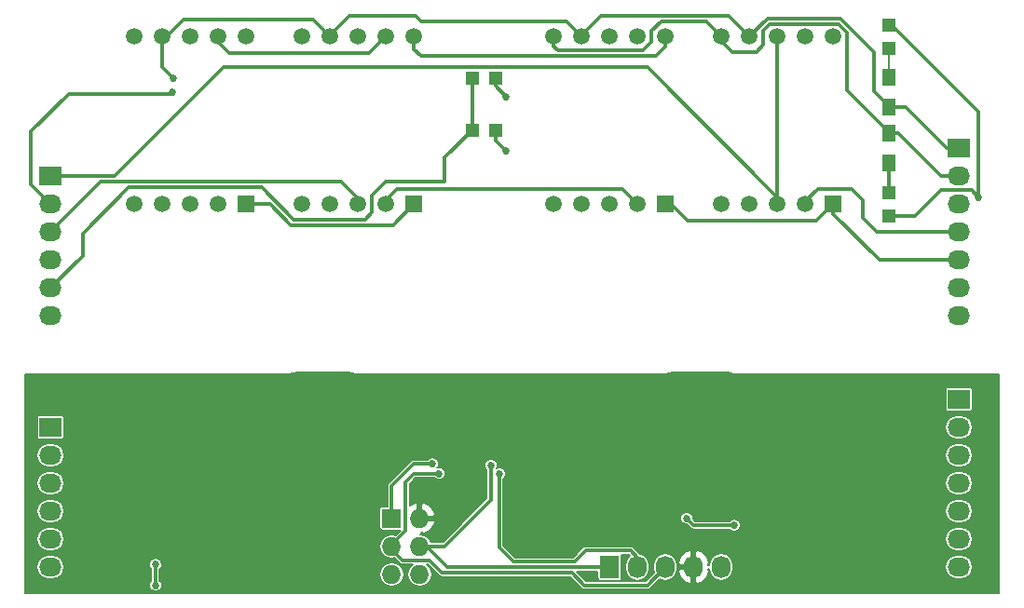
<source format=gbl>
G04 #@! TF.FileFunction,Copper,L2,Bot,Signal*
%FSLAX46Y46*%
G04 Gerber Fmt 4.6, Leading zero omitted, Abs format (unit mm)*
G04 Created by KiCad (PCBNEW 0.201506222247+5806~23~ubuntu14.04.1-product) date Wed 01 Jul 2015 19:30:32 CEST*
%MOMM*%
G01*
G04 APERTURE LIST*
%ADD10C,0.100000*%
%ADD11R,1.500000X1.500000*%
%ADD12C,1.500000*%
%ADD13R,1.198880X1.198880*%
%ADD14R,2.032000X1.727200*%
%ADD15O,2.032000X1.727200*%
%ADD16R,1.300000X1.500000*%
%ADD17R,1.727200X1.727200*%
%ADD18O,1.727200X1.727200*%
%ADD19R,1.727200X2.032000*%
%ADD20O,1.727200X2.032000*%
%ADD21C,0.685800*%
%ADD22C,0.304800*%
%ADD23C,0.152400*%
G04 APERTURE END LIST*
D10*
D11*
X190500000Y-63500000D03*
D12*
X187960000Y-63500000D03*
X185420000Y-63500000D03*
X182880000Y-63500000D03*
X180340000Y-63500000D03*
X180340000Y-48260000D03*
X182880000Y-48260000D03*
X185420000Y-48260000D03*
X187960000Y-48260000D03*
X190500000Y-48260000D03*
D11*
X175260000Y-63500000D03*
D12*
X172720000Y-63500000D03*
X170180000Y-63500000D03*
X167640000Y-63500000D03*
X165100000Y-63500000D03*
X165100000Y-48260000D03*
X167640000Y-48260000D03*
X170180000Y-48260000D03*
X172720000Y-48260000D03*
X175260000Y-48260000D03*
D11*
X152400000Y-63500000D03*
D12*
X149860000Y-63500000D03*
X147320000Y-63500000D03*
X144780000Y-63500000D03*
X142240000Y-63500000D03*
X142240000Y-48260000D03*
X144780000Y-48260000D03*
X147320000Y-48260000D03*
X149860000Y-48260000D03*
X152400000Y-48260000D03*
D11*
X137160000Y-63500000D03*
D12*
X134620000Y-63500000D03*
X132080000Y-63500000D03*
X129540000Y-63500000D03*
X127000000Y-63500000D03*
X127000000Y-48260000D03*
X129540000Y-48260000D03*
X132080000Y-48260000D03*
X134620000Y-48260000D03*
X137160000Y-48260000D03*
D13*
X159799020Y-56769000D03*
X157700980Y-56769000D03*
X159799020Y-52070000D03*
X157700980Y-52070000D03*
X195580000Y-49309020D03*
X195580000Y-47210980D03*
X195580000Y-62450980D03*
X195580000Y-64549020D03*
D14*
X119380000Y-83820000D03*
D15*
X119380000Y-86360000D03*
X119380000Y-88900000D03*
X119380000Y-91440000D03*
X119380000Y-93980000D03*
X119380000Y-96520000D03*
D14*
X201930000Y-81280000D03*
D15*
X201930000Y-83820000D03*
X201930000Y-86360000D03*
X201930000Y-88900000D03*
X201930000Y-91440000D03*
X201930000Y-93980000D03*
X201930000Y-96520000D03*
D16*
X195580000Y-51990000D03*
X195580000Y-54690000D03*
X195580000Y-59770000D03*
X195580000Y-57070000D03*
D17*
X150368000Y-92075000D03*
D18*
X152908000Y-92075000D03*
X150368000Y-94615000D03*
X152908000Y-94615000D03*
X150368000Y-97155000D03*
X152908000Y-97155000D03*
D19*
X170180000Y-96520000D03*
D20*
X172720000Y-96520000D03*
X175260000Y-96520000D03*
X177800000Y-96520000D03*
X180340000Y-96520000D03*
D14*
X119380000Y-60960000D03*
D15*
X119380000Y-63500000D03*
X119380000Y-66040000D03*
X119380000Y-68580000D03*
X119380000Y-71120000D03*
X119380000Y-73660000D03*
D14*
X201930000Y-58420000D03*
D15*
X201930000Y-60960000D03*
X201930000Y-63500000D03*
X201930000Y-66040000D03*
X201930000Y-68580000D03*
X201930000Y-71120000D03*
X201930000Y-73660000D03*
D21*
X130556000Y-52070000D03*
X130429000Y-53340000D03*
X158623000Y-88773000D03*
X175006000Y-92075000D03*
X173228000Y-82042000D03*
X172085000Y-93726000D03*
X169418000Y-87122000D03*
X147447000Y-92456000D03*
X141097000Y-82042000D03*
X128905000Y-96266000D03*
X128905000Y-98171000D03*
X181483000Y-92710000D03*
X177165000Y-92075000D03*
X160782000Y-58674000D03*
X160782000Y-53721000D03*
X203708000Y-62865000D03*
X160147000Y-88011000D03*
X159385000Y-87249000D03*
X154686000Y-88011000D03*
X154051000Y-87122000D03*
D22*
X137160000Y-63500000D02*
X139319000Y-63500000D01*
X139319000Y-63500000D02*
X141224000Y-65405000D01*
X141224000Y-65405000D02*
X150495000Y-65405000D01*
X150495000Y-65405000D02*
X152400000Y-63500000D01*
D23*
X175260000Y-63500000D02*
X175768000Y-63500000D01*
D22*
X175768000Y-63500000D02*
X177292000Y-65024000D01*
X177292000Y-65024000D02*
X188976000Y-65024000D01*
X188976000Y-65024000D02*
X190500000Y-63500000D01*
D23*
X137160000Y-63500000D02*
X137668000Y-63500000D01*
D22*
X190500000Y-63500000D02*
X190500000Y-64402400D01*
X200761600Y-68580000D02*
X201930000Y-68580000D01*
X194677600Y-68580000D02*
X200761600Y-68580000D01*
X190500000Y-64402400D02*
X194677600Y-68580000D01*
D23*
X190373000Y-63627000D02*
X190500000Y-63500000D01*
X187960000Y-63500000D02*
X187960000Y-63246000D01*
D22*
X187960000Y-63246000D02*
X189103000Y-62103000D01*
X189103000Y-62103000D02*
X192151000Y-62103000D01*
X192151000Y-62103000D02*
X193167000Y-63119000D01*
X193167000Y-63119000D02*
X193167000Y-64770000D01*
X193167000Y-64770000D02*
X194437000Y-66040000D01*
X194437000Y-66040000D02*
X201930000Y-66040000D01*
D23*
X149860000Y-63500000D02*
X149860000Y-63119000D01*
D22*
X149860000Y-63119000D02*
X150876000Y-62103000D01*
X150876000Y-62103000D02*
X171323000Y-62103000D01*
X171323000Y-62103000D02*
X172720000Y-63500000D01*
X150241000Y-51054000D02*
X135102598Y-51054000D01*
X135102598Y-51054000D02*
X125196598Y-60960000D01*
X125196598Y-60960000D02*
X119380000Y-60960000D01*
X185420000Y-62865000D02*
X173609000Y-51054000D01*
X173609000Y-51054000D02*
X150241000Y-51054000D01*
D23*
X185420000Y-63500000D02*
X185420000Y-62865000D01*
D22*
X185420000Y-48260000D02*
X185420000Y-63500000D01*
D23*
X201777600Y-63500000D02*
X201930000Y-63500000D01*
D22*
X165481000Y-49530000D02*
X173228000Y-49530000D01*
X173228000Y-49530000D02*
X173990000Y-48768000D01*
X173990000Y-48768000D02*
X173990000Y-47752000D01*
X173990000Y-47752000D02*
X174879000Y-46863000D01*
X174879000Y-46863000D02*
X178943000Y-46863000D01*
X165100000Y-49149000D02*
X165481000Y-49530000D01*
X165100000Y-49149000D02*
X165100000Y-48260000D01*
X180340000Y-48260000D02*
X178943000Y-46863000D01*
X181356000Y-49657000D02*
X183515000Y-49657000D01*
X184150000Y-47752000D02*
X184722201Y-47179799D01*
X191018497Y-47179799D02*
X184722201Y-47179799D01*
X191770000Y-53160000D02*
X191770000Y-47931302D01*
X191770000Y-47931302D02*
X191018497Y-47179799D01*
X195580000Y-56970000D02*
X191770000Y-53160000D01*
X181356000Y-49657000D02*
X180340000Y-48641000D01*
X184150000Y-49022000D02*
X184150000Y-47752000D01*
X183515000Y-49657000D02*
X184150000Y-49022000D01*
D23*
X180340000Y-48260000D02*
X180340000Y-48641000D01*
X195580000Y-57070000D02*
X195580000Y-56970000D01*
D22*
X195580000Y-57070000D02*
X196389000Y-57070000D01*
X196389000Y-57070000D02*
X200279000Y-60960000D01*
X200279000Y-60960000D02*
X201930000Y-60960000D01*
D23*
X127000000Y-48260000D02*
X127000000Y-48514000D01*
D22*
X194193000Y-53203000D02*
X194193000Y-49667000D01*
X193929000Y-49403000D02*
X191135000Y-46609000D01*
X191135000Y-46609000D02*
X184531000Y-46609000D01*
X184531000Y-46609000D02*
X182880000Y-48260000D01*
X194193000Y-49667000D02*
X193929000Y-49403000D01*
D23*
X144780000Y-48260000D02*
X144780000Y-48133000D01*
D22*
X144780000Y-48133000D02*
X146558000Y-46355000D01*
X146558000Y-46355000D02*
X152527000Y-46355000D01*
X152527000Y-46355000D02*
X153035000Y-46863000D01*
X153035000Y-46863000D02*
X166243000Y-46863000D01*
X166243000Y-46863000D02*
X167640000Y-48260000D01*
D23*
X129540000Y-48260000D02*
X129921000Y-48260000D01*
D22*
X129921000Y-48260000D02*
X131445000Y-46736000D01*
X131445000Y-46736000D02*
X143256000Y-46736000D01*
X143256000Y-46736000D02*
X144780000Y-48260000D01*
D23*
X167640000Y-48260000D02*
X167640000Y-48133000D01*
D22*
X167640000Y-48133000D02*
X169418000Y-46355000D01*
X169418000Y-46355000D02*
X180975000Y-46355000D01*
X180975000Y-46355000D02*
X182880000Y-48260000D01*
D23*
X144780000Y-48260000D02*
X144780000Y-47625000D01*
D22*
X195580000Y-54590000D02*
X194193000Y-53203000D01*
X194193000Y-53203000D02*
X194183000Y-53193000D01*
D23*
X195580000Y-54690000D02*
X195580000Y-54590000D01*
D22*
X195580000Y-54690000D02*
X197057000Y-54690000D01*
X197057000Y-54690000D02*
X200787000Y-58420000D01*
X200787000Y-58420000D02*
X201930000Y-58420000D01*
X130556000Y-52070000D02*
X129540000Y-51054000D01*
X129540000Y-51054000D02*
X129540000Y-48260000D01*
D23*
X182880000Y-48133000D02*
X182880000Y-48260000D01*
X134620000Y-48260000D02*
X134620000Y-48768000D01*
D22*
X134620000Y-48768000D02*
X135636000Y-49784000D01*
X135636000Y-49784000D02*
X148336000Y-49784000D01*
X148336000Y-49784000D02*
X149860000Y-48260000D01*
D23*
X149860000Y-48260000D02*
X149733000Y-48260000D01*
X134620000Y-48260000D02*
X134620000Y-48641000D01*
D22*
X152400000Y-48260000D02*
X152400000Y-49403000D01*
X152400000Y-49403000D02*
X153035000Y-50038000D01*
X153035000Y-50038000D02*
X174371000Y-50038000D01*
X174371000Y-50038000D02*
X175260000Y-49149000D01*
X175260000Y-49149000D02*
X175260000Y-48260000D01*
D23*
X175260000Y-48260000D02*
X175260000Y-47625000D01*
X137160000Y-48260000D02*
X137160000Y-48006000D01*
D22*
X130429000Y-53340000D02*
X130302000Y-53467000D01*
X130302000Y-53467000D02*
X121031000Y-53467000D01*
X121031000Y-53467000D02*
X117602000Y-56896000D01*
X117602000Y-56896000D02*
X117602000Y-61722000D01*
X117602000Y-61722000D02*
X119380000Y-63500000D01*
D23*
X147320000Y-63500000D02*
X147320000Y-62992000D01*
D22*
X147320000Y-62992000D02*
X145796000Y-61468000D01*
X123952000Y-61468000D02*
X119380000Y-66040000D01*
X145796000Y-61468000D02*
X123952000Y-61468000D01*
X128905000Y-96266000D02*
X128905000Y-98171000D01*
X177800000Y-92710000D02*
X181483000Y-92710000D01*
X177165000Y-92075000D02*
X177800000Y-92710000D01*
X159799020Y-56769000D02*
X159799020Y-57691020D01*
X159799020Y-57691020D02*
X160782000Y-58674000D01*
X157700980Y-56769000D02*
X157700980Y-52070000D01*
X155194000Y-61468000D02*
X155194000Y-59275980D01*
X155194000Y-61468000D02*
X149860000Y-61468000D01*
X149860000Y-61468000D02*
X148590000Y-62738000D01*
X148590000Y-62738000D02*
X148590000Y-64262000D01*
X148590000Y-64262000D02*
X147955000Y-64897000D01*
X147955000Y-64897000D02*
X141478000Y-64897000D01*
X141478000Y-64897000D02*
X138557000Y-61976000D01*
X119380000Y-71120000D02*
X122301000Y-68199000D01*
X122301000Y-66167000D02*
X122301000Y-68199000D01*
X126492000Y-61976000D02*
X122301000Y-66167000D01*
X138557000Y-61976000D02*
X126492000Y-61976000D01*
X155194000Y-59275980D02*
X157700980Y-56769000D01*
D23*
X157954980Y-56515000D02*
X157700980Y-56769000D01*
D22*
X159799020Y-52070000D02*
X159799020Y-52738020D01*
X159799020Y-52738020D02*
X160782000Y-53721000D01*
D23*
X195580000Y-49309020D02*
X195580000Y-51990000D01*
X195580000Y-47210980D02*
X195800980Y-47210980D01*
D22*
X195800980Y-47210980D02*
X203708000Y-55118000D01*
X203708000Y-55118000D02*
X203708000Y-62865000D01*
X195580000Y-64549020D02*
X197959980Y-64549020D01*
X197959980Y-64549020D02*
X200279000Y-62230000D01*
X200279000Y-62230000D02*
X203073000Y-62230000D01*
X203073000Y-62230000D02*
X203708000Y-62865000D01*
X195580000Y-59770000D02*
X195580000Y-62450980D01*
X172720000Y-95631000D02*
X172085000Y-94996000D01*
X172085000Y-94996000D02*
X167995598Y-94996000D01*
X167995598Y-94996000D02*
X166979598Y-96012000D01*
X166979598Y-96012000D02*
X161417000Y-96012000D01*
X161417000Y-96012000D02*
X160147000Y-94742000D01*
X160147000Y-94742000D02*
X160147000Y-88011000D01*
D23*
X172720000Y-96520000D02*
X172720000Y-95631000D01*
X172720000Y-96520000D02*
X172593000Y-96520000D01*
D22*
X156972000Y-96520000D02*
X155448000Y-96520000D01*
X155448000Y-96520000D02*
X153543000Y-94615000D01*
X153543000Y-94615000D02*
X152908000Y-94615000D01*
X156845000Y-96520000D02*
X156972000Y-96520000D01*
X156972000Y-96520000D02*
X170180000Y-96520000D01*
X155194000Y-94615000D02*
X159385000Y-90424000D01*
X159385000Y-90424000D02*
X159385000Y-87249000D01*
X152908000Y-94615000D02*
X155194000Y-94615000D01*
X150368000Y-94615000D02*
X150368000Y-94869000D01*
X150368000Y-94869000D02*
X151384000Y-95885000D01*
X173609000Y-98171000D02*
X175260000Y-96520000D01*
X167894000Y-98171000D02*
X173609000Y-98171000D01*
X166751000Y-97028000D02*
X167894000Y-98171000D01*
X154940000Y-97028000D02*
X166751000Y-97028000D01*
X153797000Y-95885000D02*
X154940000Y-97028000D01*
X151384000Y-95885000D02*
X153797000Y-95885000D01*
D23*
X150368000Y-94615000D02*
X150368000Y-94488000D01*
D22*
X150368000Y-94488000D02*
X151638000Y-93218000D01*
X152400000Y-88011000D02*
X154686000Y-88011000D01*
X151638000Y-88773000D02*
X152400000Y-88011000D01*
X151638000Y-93218000D02*
X151638000Y-88773000D01*
X150368000Y-92075000D02*
X150368000Y-89154000D01*
X152400000Y-87122000D02*
X154051000Y-87122000D01*
X150368000Y-89154000D02*
X152400000Y-87122000D01*
D23*
G36*
X146619511Y-78854526D02*
X147193000Y-78968600D01*
X175133000Y-78968600D01*
X175706489Y-78854526D01*
X175763848Y-78816200D01*
X180979152Y-78816200D01*
X181036511Y-78854526D01*
X181610000Y-78968600D01*
X205511400Y-78968600D01*
X205511400Y-98831400D01*
X117068600Y-98831400D01*
X117068600Y-97743818D01*
X128524000Y-97743818D01*
X128420789Y-97846849D01*
X128333600Y-98056823D01*
X128333401Y-98284180D01*
X128420224Y-98494306D01*
X128580849Y-98655211D01*
X128790823Y-98742400D01*
X129018180Y-98742599D01*
X129228306Y-98655776D01*
X129389211Y-98495151D01*
X129476400Y-98285177D01*
X129476599Y-98057820D01*
X129389776Y-97847694D01*
X129286000Y-97743737D01*
X129286000Y-96693182D01*
X129389211Y-96590151D01*
X129476400Y-96380177D01*
X129476599Y-96152820D01*
X129439404Y-96062800D01*
X150346603Y-96062800D01*
X149928636Y-96145939D01*
X149574301Y-96382698D01*
X149337542Y-96737033D01*
X149254403Y-97155000D01*
X149337542Y-97572967D01*
X149574301Y-97927302D01*
X149928636Y-98164061D01*
X150346603Y-98247200D01*
X150389397Y-98247200D01*
X150807364Y-98164061D01*
X151161699Y-97927302D01*
X151398458Y-97572967D01*
X151481597Y-97155000D01*
X151398458Y-96737033D01*
X151161699Y-96382698D01*
X150807364Y-96145939D01*
X150389397Y-96062800D01*
X150346603Y-96062800D01*
X129439404Y-96062800D01*
X129389776Y-95942694D01*
X129229151Y-95781789D01*
X129019177Y-95694600D01*
X128791820Y-95694401D01*
X128581694Y-95781224D01*
X120351487Y-95781224D01*
X120329085Y-95747698D01*
X119974750Y-95510939D01*
X119556783Y-95427800D01*
X119203217Y-95427800D01*
X118785250Y-95510939D01*
X118430915Y-95747698D01*
X118194156Y-96102033D01*
X118111017Y-96520000D01*
X118194156Y-96937967D01*
X118430915Y-97292302D01*
X118785250Y-97529061D01*
X119203217Y-97612200D01*
X119556783Y-97612200D01*
X119974750Y-97529061D01*
X120329085Y-97292302D01*
X120565844Y-96937967D01*
X120648983Y-96520000D01*
X120565844Y-96102033D01*
X120351487Y-95781224D01*
X128581694Y-95781224D01*
X120351487Y-95781224D01*
X120351487Y-95781224D01*
X128581694Y-95781224D01*
X128420789Y-95941849D01*
X128333600Y-96151823D01*
X128333401Y-96379180D01*
X128420224Y-96589306D01*
X128524000Y-96693263D01*
X128524000Y-97743818D01*
X117068600Y-97743818D01*
X117068600Y-92887800D01*
X119203217Y-92887800D01*
X118785250Y-92970939D01*
X118430915Y-93207698D01*
X118194156Y-93562033D01*
X118111017Y-93980000D01*
X118194156Y-94397967D01*
X118430915Y-94752302D01*
X118785250Y-94989061D01*
X119203217Y-95072200D01*
X119556783Y-95072200D01*
X119974750Y-94989061D01*
X120329085Y-94752302D01*
X120565844Y-94397967D01*
X120648983Y-93980000D01*
X120565844Y-93562033D01*
X120329085Y-93207698D01*
X119974750Y-92970939D01*
X119556783Y-92887800D01*
X119203217Y-92887800D01*
X117068600Y-92887800D01*
X117068600Y-90347800D01*
X119203217Y-90347800D01*
X118785250Y-90430939D01*
X118430915Y-90667698D01*
X118194156Y-91022033D01*
X118111017Y-91440000D01*
X118194156Y-91857967D01*
X118430915Y-92212302D01*
X118785250Y-92449061D01*
X119203217Y-92532200D01*
X119556783Y-92532200D01*
X119974750Y-92449061D01*
X120329085Y-92212302D01*
X120565844Y-91857967D01*
X120648983Y-91440000D01*
X120565844Y-91022033D01*
X120329085Y-90667698D01*
X119974750Y-90430939D01*
X119556783Y-90347800D01*
X119203217Y-90347800D01*
X117068600Y-90347800D01*
X117068600Y-87807800D01*
X119203217Y-87807800D01*
X118785250Y-87890939D01*
X118430915Y-88127698D01*
X118194156Y-88482033D01*
X118111017Y-88900000D01*
X118194156Y-89317967D01*
X118430915Y-89672302D01*
X118785250Y-89909061D01*
X119203217Y-89992200D01*
X119556783Y-89992200D01*
X119974750Y-89909061D01*
X120329085Y-89672302D01*
X120565844Y-89317967D01*
X120648983Y-88900000D01*
X120565844Y-88482033D01*
X120329085Y-88127698D01*
X119974750Y-87890939D01*
X119556783Y-87807800D01*
X119203217Y-87807800D01*
X117068600Y-87807800D01*
X117068600Y-85267800D01*
X119203217Y-85267800D01*
X118785250Y-85350939D01*
X118430915Y-85587698D01*
X118194156Y-85942033D01*
X118111017Y-86360000D01*
X118194156Y-86777967D01*
X118430915Y-87132302D01*
X118785250Y-87369061D01*
X119203217Y-87452200D01*
X119556783Y-87452200D01*
X119974750Y-87369061D01*
X120329085Y-87132302D01*
X120565844Y-86777967D01*
X120611109Y-86550401D01*
X153937820Y-86550401D01*
X153727694Y-86637224D01*
X153623737Y-86741000D01*
X152400000Y-86741000D01*
X152254197Y-86770002D01*
X152130592Y-86852592D01*
X150098592Y-88884592D01*
X150016002Y-89008197D01*
X150016002Y-89008198D01*
X149987000Y-89154000D01*
X149987000Y-90978321D01*
X149504400Y-90978321D01*
X149417236Y-90995233D01*
X149340626Y-91045558D01*
X149289344Y-91121529D01*
X149271321Y-91211400D01*
X149271321Y-92938600D01*
X149288233Y-93025764D01*
X149338558Y-93102374D01*
X149414529Y-93153656D01*
X149504400Y-93171679D01*
X151145505Y-93171679D01*
X150727192Y-93589992D01*
X150389397Y-93522800D01*
X150346603Y-93522800D01*
X149928636Y-93605939D01*
X149574301Y-93842698D01*
X149337542Y-94197033D01*
X149254403Y-94615000D01*
X149337542Y-95032967D01*
X149574301Y-95387302D01*
X149928636Y-95624061D01*
X150346603Y-95707200D01*
X150389397Y-95707200D01*
X150621263Y-95661079D01*
X151114592Y-96154408D01*
X151238197Y-96236998D01*
X151384000Y-96266000D01*
X152288952Y-96266000D01*
X152114301Y-96382698D01*
X151877542Y-96737033D01*
X151794403Y-97155000D01*
X151877542Y-97572967D01*
X152114301Y-97927302D01*
X152468636Y-98164061D01*
X152886603Y-98247200D01*
X152929397Y-98247200D01*
X153347364Y-98164061D01*
X153701699Y-97927302D01*
X153938458Y-97572967D01*
X154021597Y-97155000D01*
X153938458Y-96737033D01*
X153701699Y-96382698D01*
X153527048Y-96266000D01*
X153639184Y-96266000D01*
X154670592Y-97297408D01*
X154794197Y-97379998D01*
X154940000Y-97409000D01*
X166593184Y-97409000D01*
X167624592Y-98440408D01*
X167748197Y-98522998D01*
X167894000Y-98552000D01*
X173609000Y-98552000D01*
X173754803Y-98522998D01*
X173878408Y-98440408D01*
X174704721Y-97614095D01*
X174842033Y-97705844D01*
X175260000Y-97788983D01*
X175677967Y-97705844D01*
X176032302Y-97469085D01*
X176269061Y-97114750D01*
X176351997Y-96697800D01*
X176499809Y-96697800D01*
X176351997Y-96697800D01*
X176351997Y-96697800D01*
X176499809Y-96697800D01*
X176375538Y-96923729D01*
X176580148Y-97449716D01*
X176970470Y-97857363D01*
X177399618Y-98063737D01*
X177622200Y-97961950D01*
X177622200Y-96697800D01*
X176499809Y-96697800D01*
X176351997Y-96697800D01*
X176352200Y-96696783D01*
X176352200Y-96343217D01*
X176269061Y-95925250D01*
X176032302Y-95570915D01*
X175677967Y-95334156D01*
X175260000Y-95251017D01*
X174842033Y-95334156D01*
X174487698Y-95570915D01*
X174250939Y-95925250D01*
X174167800Y-96343217D01*
X174167800Y-96696783D01*
X174230282Y-97010902D01*
X173451184Y-97790000D01*
X168051816Y-97790000D01*
X167162816Y-96901000D01*
X169083321Y-96901000D01*
X169083321Y-97536000D01*
X169100233Y-97623164D01*
X169150558Y-97699774D01*
X169226529Y-97751056D01*
X169316400Y-97769079D01*
X171043600Y-97769079D01*
X171130764Y-97752167D01*
X171207374Y-97701842D01*
X171258656Y-97625871D01*
X171276679Y-97536000D01*
X171276679Y-95504000D01*
X171259767Y-95416836D01*
X171233599Y-95377000D01*
X171927184Y-95377000D01*
X172051645Y-95501460D01*
X171947698Y-95570915D01*
X171710939Y-95925250D01*
X171627800Y-96343217D01*
X171627800Y-96696783D01*
X171710939Y-97114750D01*
X171947698Y-97469085D01*
X172302033Y-97705844D01*
X172720000Y-97788983D01*
X173137967Y-97705844D01*
X173492302Y-97469085D01*
X173729061Y-97114750D01*
X173812200Y-96696783D01*
X173812200Y-96343217D01*
X173729061Y-95925250D01*
X173492302Y-95570915D01*
X173137967Y-95334156D01*
X172918271Y-95290456D01*
X172810453Y-95182637D01*
X176970470Y-95182637D01*
X176580148Y-95590284D01*
X176375538Y-96116271D01*
X176499809Y-96342200D01*
X177622200Y-96342200D01*
X177622200Y-95078050D01*
X177399618Y-94976263D01*
X178200382Y-94976263D01*
X177977800Y-95078050D01*
X177977800Y-96342200D01*
X177997800Y-96342200D01*
X177997800Y-96697800D01*
X177977800Y-96697800D01*
X177977800Y-97961950D01*
X178200382Y-98063737D01*
X178629530Y-97857363D01*
X179019852Y-97449716D01*
X179224462Y-96923729D01*
X179100192Y-96697802D01*
X179247800Y-96697802D01*
X179247800Y-96696783D01*
X179330939Y-97114750D01*
X179567698Y-97469085D01*
X179922033Y-97705844D01*
X180340000Y-97788983D01*
X180757967Y-97705844D01*
X181112302Y-97469085D01*
X181349061Y-97114750D01*
X181432200Y-96696783D01*
X181432200Y-96343217D01*
X181349061Y-95925250D01*
X181112302Y-95570915D01*
X180898116Y-95427800D01*
X201753217Y-95427800D01*
X180898116Y-95427800D01*
X180898116Y-95427800D01*
X201753217Y-95427800D01*
X201335250Y-95510939D01*
X200980915Y-95747698D01*
X200744156Y-96102033D01*
X200661017Y-96520000D01*
X200744156Y-96937967D01*
X200980915Y-97292302D01*
X201335250Y-97529061D01*
X201753217Y-97612200D01*
X202106783Y-97612200D01*
X202524750Y-97529061D01*
X202879085Y-97292302D01*
X203115844Y-96937967D01*
X203198983Y-96520000D01*
X203115844Y-96102033D01*
X202879085Y-95747698D01*
X202524750Y-95510939D01*
X202106783Y-95427800D01*
X201753217Y-95427800D01*
X180898116Y-95427800D01*
X180757967Y-95334156D01*
X180340000Y-95251017D01*
X179922033Y-95334156D01*
X179567698Y-95570915D01*
X179330939Y-95925250D01*
X179247800Y-96343217D01*
X179247800Y-96342198D01*
X179100192Y-96342198D01*
X179224462Y-96116271D01*
X179019852Y-95590284D01*
X178629530Y-95182637D01*
X178200382Y-94976263D01*
X177399618Y-94976263D01*
X177399618Y-94976263D01*
X176970470Y-95182637D01*
X172810453Y-95182637D01*
X172354408Y-94726592D01*
X172230803Y-94644002D01*
X172085000Y-94615000D01*
X167995598Y-94615000D01*
X167849795Y-94644002D01*
X167726190Y-94726592D01*
X166821782Y-95631000D01*
X161574816Y-95631000D01*
X160528000Y-94584184D01*
X160528000Y-93562033D01*
X200744156Y-93562033D01*
X200661017Y-93980000D01*
X200744156Y-94397967D01*
X200980915Y-94752302D01*
X201335250Y-94989061D01*
X201753217Y-95072200D01*
X202106783Y-95072200D01*
X202524750Y-94989061D01*
X202879085Y-94752302D01*
X203115844Y-94397967D01*
X203198983Y-93980000D01*
X203115844Y-93562033D01*
X202879085Y-93207698D01*
X202524750Y-92970939D01*
X202106783Y-92887800D01*
X201753217Y-92887800D01*
X182027981Y-92887800D01*
X182054400Y-92824177D01*
X182054599Y-92596820D01*
X181967776Y-92386694D01*
X181807151Y-92225789D01*
X181597177Y-92138600D01*
X181369820Y-92138401D01*
X181159694Y-92225224D01*
X181055737Y-92329000D01*
X177957815Y-92329000D01*
X177736471Y-92107656D01*
X177736599Y-91961820D01*
X177649776Y-91751694D01*
X177489151Y-91590789D01*
X177279177Y-91503600D01*
X177051820Y-91503401D01*
X176841694Y-91590224D01*
X176680789Y-91750849D01*
X176593600Y-91960823D01*
X176593401Y-92188180D01*
X176680224Y-92398306D01*
X176840849Y-92559211D01*
X177050823Y-92646400D01*
X177197713Y-92646529D01*
X177530590Y-92979405D01*
X177530592Y-92979408D01*
X177604021Y-93028471D01*
X177654198Y-93061998D01*
X177800000Y-93091001D01*
X177800005Y-93091000D01*
X181055818Y-93091000D01*
X181158849Y-93194211D01*
X181368823Y-93281400D01*
X181596180Y-93281599D01*
X181806306Y-93194776D01*
X181967211Y-93034151D01*
X182027981Y-92887800D01*
X201753217Y-92887800D01*
X182027981Y-92887800D01*
X182027981Y-92887800D01*
X201753217Y-92887800D01*
X201335250Y-92970939D01*
X200980915Y-93207698D01*
X200744156Y-93562033D01*
X160528000Y-93562033D01*
X160528000Y-90347800D01*
X201753217Y-90347800D01*
X201335250Y-90430939D01*
X200980915Y-90667698D01*
X200744156Y-91022033D01*
X200661017Y-91440000D01*
X200744156Y-91857967D01*
X200980915Y-92212302D01*
X201335250Y-92449061D01*
X201753217Y-92532200D01*
X202106783Y-92532200D01*
X202524750Y-92449061D01*
X202879085Y-92212302D01*
X203115844Y-91857967D01*
X203198983Y-91440000D01*
X203115844Y-91022033D01*
X202879085Y-90667698D01*
X202524750Y-90430939D01*
X202106783Y-90347800D01*
X201753217Y-90347800D01*
X160528000Y-90347800D01*
X160528000Y-88438182D01*
X160631211Y-88335151D01*
X160718400Y-88125177D01*
X160718599Y-87897820D01*
X160681404Y-87807800D01*
X201753217Y-87807800D01*
X201335250Y-87890939D01*
X200980915Y-88127698D01*
X200744156Y-88482033D01*
X200661017Y-88900000D01*
X200744156Y-89317967D01*
X200980915Y-89672302D01*
X201335250Y-89909061D01*
X201753217Y-89992200D01*
X202106783Y-89992200D01*
X202524750Y-89909061D01*
X202879085Y-89672302D01*
X203115844Y-89317967D01*
X203198983Y-88900000D01*
X203115844Y-88482033D01*
X202879085Y-88127698D01*
X202524750Y-87890939D01*
X202106783Y-87807800D01*
X201753217Y-87807800D01*
X160681404Y-87807800D01*
X160631776Y-87687694D01*
X160471151Y-87526789D01*
X160261177Y-87439600D01*
X160033820Y-87439401D01*
X159902159Y-87493802D01*
X159956400Y-87363177D01*
X159956599Y-87135820D01*
X159869776Y-86925694D01*
X159709151Y-86764789D01*
X159499177Y-86677600D01*
X159271820Y-86677401D01*
X159061694Y-86764224D01*
X158900789Y-86924849D01*
X158813600Y-87134823D01*
X158813401Y-87362180D01*
X158900224Y-87572306D01*
X159004000Y-87676263D01*
X159004000Y-90266184D01*
X155036184Y-94234000D01*
X153945811Y-94234000D01*
X153938458Y-94197033D01*
X153701699Y-93842698D01*
X153347364Y-93605939D01*
X152929397Y-93522800D01*
X153085802Y-93522800D01*
X153085802Y-93365806D01*
X153308385Y-93466351D01*
X153810354Y-93207220D01*
X154174948Y-92775719D01*
X154299337Y-92475382D01*
X154197550Y-92252800D01*
X153085800Y-92252800D01*
X153085800Y-92272800D01*
X152730200Y-92272800D01*
X152730200Y-92252800D01*
X152710200Y-92252800D01*
X152710200Y-91897200D01*
X152730200Y-91897200D01*
X152730200Y-90784195D01*
X153085800Y-90784195D01*
X153085800Y-91897200D01*
X154197550Y-91897200D01*
X154299337Y-91674618D01*
X154174948Y-91374281D01*
X153810354Y-90942780D01*
X153308385Y-90683649D01*
X153085800Y-90784195D01*
X152730200Y-90784195D01*
X152730200Y-90784195D01*
X152507615Y-90683649D01*
X152019000Y-90935886D01*
X152019000Y-88930816D01*
X152557815Y-88392000D01*
X154258818Y-88392000D01*
X154361849Y-88495211D01*
X154571823Y-88582400D01*
X154799180Y-88582599D01*
X155009306Y-88495776D01*
X155170211Y-88335151D01*
X155257400Y-88125177D01*
X155257599Y-87897820D01*
X155170776Y-87687694D01*
X155010151Y-87526789D01*
X154800177Y-87439600D01*
X154572820Y-87439401D01*
X154520187Y-87461149D01*
X154535211Y-87446151D01*
X154622400Y-87236177D01*
X154622599Y-87008820D01*
X154535776Y-86798694D01*
X154375151Y-86637789D01*
X154165177Y-86550600D01*
X153937820Y-86550401D01*
X120611109Y-86550401D01*
X120648983Y-86360000D01*
X120565844Y-85942033D01*
X120329085Y-85587698D01*
X119974750Y-85350939D01*
X119556783Y-85267800D01*
X201753217Y-85267800D01*
X119556783Y-85267800D01*
X119556783Y-85267800D01*
X201753217Y-85267800D01*
X201335250Y-85350939D01*
X200980915Y-85587698D01*
X200744156Y-85942033D01*
X200661017Y-86360000D01*
X200744156Y-86777967D01*
X200980915Y-87132302D01*
X201335250Y-87369061D01*
X201753217Y-87452200D01*
X202106783Y-87452200D01*
X202524750Y-87369061D01*
X202879085Y-87132302D01*
X203115844Y-86777967D01*
X203198983Y-86360000D01*
X203115844Y-85942033D01*
X202879085Y-85587698D01*
X202524750Y-85350939D01*
X202106783Y-85267800D01*
X201753217Y-85267800D01*
X119556783Y-85267800D01*
X119556783Y-85267800D01*
X119203217Y-85267800D01*
X117068600Y-85267800D01*
X117068600Y-82723321D01*
X118364000Y-82723321D01*
X118276836Y-82740233D01*
X118200226Y-82790558D01*
X118148944Y-82866529D01*
X118130921Y-82956400D01*
X118130921Y-84683600D01*
X118147833Y-84770764D01*
X118198158Y-84847374D01*
X118274129Y-84898656D01*
X118364000Y-84916679D01*
X120396000Y-84916679D01*
X120483164Y-84899767D01*
X120559774Y-84849442D01*
X120611056Y-84773471D01*
X120629079Y-84683600D01*
X120629079Y-82956400D01*
X120612167Y-82869236D01*
X120561842Y-82792626D01*
X120485871Y-82741344D01*
X120418335Y-82727800D01*
X201753217Y-82727800D01*
X201335250Y-82810939D01*
X200980915Y-83047698D01*
X200744156Y-83402033D01*
X200661017Y-83820000D01*
X200744156Y-84237967D01*
X200980915Y-84592302D01*
X201335250Y-84829061D01*
X201753217Y-84912200D01*
X202106783Y-84912200D01*
X202524750Y-84829061D01*
X202879085Y-84592302D01*
X203115844Y-84237967D01*
X203198983Y-83820000D01*
X203115844Y-83402033D01*
X202879085Y-83047698D01*
X202524750Y-82810939D01*
X202106783Y-82727800D01*
X201753217Y-82727800D01*
X120418335Y-82727800D01*
X120396000Y-82723321D01*
X118364000Y-82723321D01*
X117068600Y-82723321D01*
X117068600Y-80183321D01*
X200914000Y-80183321D01*
X200826836Y-80200233D01*
X200750226Y-80250558D01*
X200698944Y-80326529D01*
X200680921Y-80416400D01*
X200680921Y-82143600D01*
X200697833Y-82230764D01*
X200748158Y-82307374D01*
X200824129Y-82358656D01*
X200914000Y-82376679D01*
X202946000Y-82376679D01*
X203033164Y-82359767D01*
X203109774Y-82309442D01*
X203161056Y-82233471D01*
X203179079Y-82143600D01*
X203179079Y-80416400D01*
X203162167Y-80329236D01*
X203111842Y-80252626D01*
X203035871Y-80201344D01*
X202946000Y-80183321D01*
X200914000Y-80183321D01*
X117068600Y-80183321D01*
X117068600Y-78968600D01*
X140970000Y-78968600D01*
X141543489Y-78854526D01*
X141600848Y-78816200D01*
X146562152Y-78816200D01*
X146619511Y-78854526D01*
X146619511Y-78854526D01*
G37*
X146619511Y-78854526D02*
X147193000Y-78968600D01*
X175133000Y-78968600D01*
X175706489Y-78854526D01*
X175763848Y-78816200D01*
X180979152Y-78816200D01*
X181036511Y-78854526D01*
X181610000Y-78968600D01*
X205511400Y-78968600D01*
X205511400Y-98831400D01*
X117068600Y-98831400D01*
X117068600Y-97743818D01*
X128524000Y-97743818D01*
X128420789Y-97846849D01*
X128333600Y-98056823D01*
X128333401Y-98284180D01*
X128420224Y-98494306D01*
X128580849Y-98655211D01*
X128790823Y-98742400D01*
X129018180Y-98742599D01*
X129228306Y-98655776D01*
X129389211Y-98495151D01*
X129476400Y-98285177D01*
X129476599Y-98057820D01*
X129389776Y-97847694D01*
X129286000Y-97743737D01*
X129286000Y-96693182D01*
X129389211Y-96590151D01*
X129476400Y-96380177D01*
X129476599Y-96152820D01*
X129439404Y-96062800D01*
X150346603Y-96062800D01*
X149928636Y-96145939D01*
X149574301Y-96382698D01*
X149337542Y-96737033D01*
X149254403Y-97155000D01*
X149337542Y-97572967D01*
X149574301Y-97927302D01*
X149928636Y-98164061D01*
X150346603Y-98247200D01*
X150389397Y-98247200D01*
X150807364Y-98164061D01*
X151161699Y-97927302D01*
X151398458Y-97572967D01*
X151481597Y-97155000D01*
X151398458Y-96737033D01*
X151161699Y-96382698D01*
X150807364Y-96145939D01*
X150389397Y-96062800D01*
X150346603Y-96062800D01*
X129439404Y-96062800D01*
X129389776Y-95942694D01*
X129229151Y-95781789D01*
X129019177Y-95694600D01*
X128791820Y-95694401D01*
X128581694Y-95781224D01*
X120351487Y-95781224D01*
X120329085Y-95747698D01*
X119974750Y-95510939D01*
X119556783Y-95427800D01*
X119203217Y-95427800D01*
X118785250Y-95510939D01*
X118430915Y-95747698D01*
X118194156Y-96102033D01*
X118111017Y-96520000D01*
X118194156Y-96937967D01*
X118430915Y-97292302D01*
X118785250Y-97529061D01*
X119203217Y-97612200D01*
X119556783Y-97612200D01*
X119974750Y-97529061D01*
X120329085Y-97292302D01*
X120565844Y-96937967D01*
X120648983Y-96520000D01*
X120565844Y-96102033D01*
X120351487Y-95781224D01*
X128581694Y-95781224D01*
X120351487Y-95781224D01*
X120351487Y-95781224D01*
X128581694Y-95781224D01*
X128420789Y-95941849D01*
X128333600Y-96151823D01*
X128333401Y-96379180D01*
X128420224Y-96589306D01*
X128524000Y-96693263D01*
X128524000Y-97743818D01*
X117068600Y-97743818D01*
X117068600Y-92887800D01*
X119203217Y-92887800D01*
X118785250Y-92970939D01*
X118430915Y-93207698D01*
X118194156Y-93562033D01*
X118111017Y-93980000D01*
X118194156Y-94397967D01*
X118430915Y-94752302D01*
X118785250Y-94989061D01*
X119203217Y-95072200D01*
X119556783Y-95072200D01*
X119974750Y-94989061D01*
X120329085Y-94752302D01*
X120565844Y-94397967D01*
X120648983Y-93980000D01*
X120565844Y-93562033D01*
X120329085Y-93207698D01*
X119974750Y-92970939D01*
X119556783Y-92887800D01*
X119203217Y-92887800D01*
X117068600Y-92887800D01*
X117068600Y-90347800D01*
X119203217Y-90347800D01*
X118785250Y-90430939D01*
X118430915Y-90667698D01*
X118194156Y-91022033D01*
X118111017Y-91440000D01*
X118194156Y-91857967D01*
X118430915Y-92212302D01*
X118785250Y-92449061D01*
X119203217Y-92532200D01*
X119556783Y-92532200D01*
X119974750Y-92449061D01*
X120329085Y-92212302D01*
X120565844Y-91857967D01*
X120648983Y-91440000D01*
X120565844Y-91022033D01*
X120329085Y-90667698D01*
X119974750Y-90430939D01*
X119556783Y-90347800D01*
X119203217Y-90347800D01*
X117068600Y-90347800D01*
X117068600Y-87807800D01*
X119203217Y-87807800D01*
X118785250Y-87890939D01*
X118430915Y-88127698D01*
X118194156Y-88482033D01*
X118111017Y-88900000D01*
X118194156Y-89317967D01*
X118430915Y-89672302D01*
X118785250Y-89909061D01*
X119203217Y-89992200D01*
X119556783Y-89992200D01*
X119974750Y-89909061D01*
X120329085Y-89672302D01*
X120565844Y-89317967D01*
X120648983Y-88900000D01*
X120565844Y-88482033D01*
X120329085Y-88127698D01*
X119974750Y-87890939D01*
X119556783Y-87807800D01*
X119203217Y-87807800D01*
X117068600Y-87807800D01*
X117068600Y-85267800D01*
X119203217Y-85267800D01*
X118785250Y-85350939D01*
X118430915Y-85587698D01*
X118194156Y-85942033D01*
X118111017Y-86360000D01*
X118194156Y-86777967D01*
X118430915Y-87132302D01*
X118785250Y-87369061D01*
X119203217Y-87452200D01*
X119556783Y-87452200D01*
X119974750Y-87369061D01*
X120329085Y-87132302D01*
X120565844Y-86777967D01*
X120611109Y-86550401D01*
X153937820Y-86550401D01*
X153727694Y-86637224D01*
X153623737Y-86741000D01*
X152400000Y-86741000D01*
X152254197Y-86770002D01*
X152130592Y-86852592D01*
X150098592Y-88884592D01*
X150016002Y-89008197D01*
X150016002Y-89008198D01*
X149987000Y-89154000D01*
X149987000Y-90978321D01*
X149504400Y-90978321D01*
X149417236Y-90995233D01*
X149340626Y-91045558D01*
X149289344Y-91121529D01*
X149271321Y-91211400D01*
X149271321Y-92938600D01*
X149288233Y-93025764D01*
X149338558Y-93102374D01*
X149414529Y-93153656D01*
X149504400Y-93171679D01*
X151145505Y-93171679D01*
X150727192Y-93589992D01*
X150389397Y-93522800D01*
X150346603Y-93522800D01*
X149928636Y-93605939D01*
X149574301Y-93842698D01*
X149337542Y-94197033D01*
X149254403Y-94615000D01*
X149337542Y-95032967D01*
X149574301Y-95387302D01*
X149928636Y-95624061D01*
X150346603Y-95707200D01*
X150389397Y-95707200D01*
X150621263Y-95661079D01*
X151114592Y-96154408D01*
X151238197Y-96236998D01*
X151384000Y-96266000D01*
X152288952Y-96266000D01*
X152114301Y-96382698D01*
X151877542Y-96737033D01*
X151794403Y-97155000D01*
X151877542Y-97572967D01*
X152114301Y-97927302D01*
X152468636Y-98164061D01*
X152886603Y-98247200D01*
X152929397Y-98247200D01*
X153347364Y-98164061D01*
X153701699Y-97927302D01*
X153938458Y-97572967D01*
X154021597Y-97155000D01*
X153938458Y-96737033D01*
X153701699Y-96382698D01*
X153527048Y-96266000D01*
X153639184Y-96266000D01*
X154670592Y-97297408D01*
X154794197Y-97379998D01*
X154940000Y-97409000D01*
X166593184Y-97409000D01*
X167624592Y-98440408D01*
X167748197Y-98522998D01*
X167894000Y-98552000D01*
X173609000Y-98552000D01*
X173754803Y-98522998D01*
X173878408Y-98440408D01*
X174704721Y-97614095D01*
X174842033Y-97705844D01*
X175260000Y-97788983D01*
X175677967Y-97705844D01*
X176032302Y-97469085D01*
X176269061Y-97114750D01*
X176351997Y-96697800D01*
X176499809Y-96697800D01*
X176351997Y-96697800D01*
X176351997Y-96697800D01*
X176499809Y-96697800D01*
X176375538Y-96923729D01*
X176580148Y-97449716D01*
X176970470Y-97857363D01*
X177399618Y-98063737D01*
X177622200Y-97961950D01*
X177622200Y-96697800D01*
X176499809Y-96697800D01*
X176351997Y-96697800D01*
X176352200Y-96696783D01*
X176352200Y-96343217D01*
X176269061Y-95925250D01*
X176032302Y-95570915D01*
X175677967Y-95334156D01*
X175260000Y-95251017D01*
X174842033Y-95334156D01*
X174487698Y-95570915D01*
X174250939Y-95925250D01*
X174167800Y-96343217D01*
X174167800Y-96696783D01*
X174230282Y-97010902D01*
X173451184Y-97790000D01*
X168051816Y-97790000D01*
X167162816Y-96901000D01*
X169083321Y-96901000D01*
X169083321Y-97536000D01*
X169100233Y-97623164D01*
X169150558Y-97699774D01*
X169226529Y-97751056D01*
X169316400Y-97769079D01*
X171043600Y-97769079D01*
X171130764Y-97752167D01*
X171207374Y-97701842D01*
X171258656Y-97625871D01*
X171276679Y-97536000D01*
X171276679Y-95504000D01*
X171259767Y-95416836D01*
X171233599Y-95377000D01*
X171927184Y-95377000D01*
X172051645Y-95501460D01*
X171947698Y-95570915D01*
X171710939Y-95925250D01*
X171627800Y-96343217D01*
X171627800Y-96696783D01*
X171710939Y-97114750D01*
X171947698Y-97469085D01*
X172302033Y-97705844D01*
X172720000Y-97788983D01*
X173137967Y-97705844D01*
X173492302Y-97469085D01*
X173729061Y-97114750D01*
X173812200Y-96696783D01*
X173812200Y-96343217D01*
X173729061Y-95925250D01*
X173492302Y-95570915D01*
X173137967Y-95334156D01*
X172918271Y-95290456D01*
X172810453Y-95182637D01*
X176970470Y-95182637D01*
X176580148Y-95590284D01*
X176375538Y-96116271D01*
X176499809Y-96342200D01*
X177622200Y-96342200D01*
X177622200Y-95078050D01*
X177399618Y-94976263D01*
X178200382Y-94976263D01*
X177977800Y-95078050D01*
X177977800Y-96342200D01*
X177997800Y-96342200D01*
X177997800Y-96697800D01*
X177977800Y-96697800D01*
X177977800Y-97961950D01*
X178200382Y-98063737D01*
X178629530Y-97857363D01*
X179019852Y-97449716D01*
X179224462Y-96923729D01*
X179100192Y-96697802D01*
X179247800Y-96697802D01*
X179247800Y-96696783D01*
X179330939Y-97114750D01*
X179567698Y-97469085D01*
X179922033Y-97705844D01*
X180340000Y-97788983D01*
X180757967Y-97705844D01*
X181112302Y-97469085D01*
X181349061Y-97114750D01*
X181432200Y-96696783D01*
X181432200Y-96343217D01*
X181349061Y-95925250D01*
X181112302Y-95570915D01*
X180898116Y-95427800D01*
X201753217Y-95427800D01*
X180898116Y-95427800D01*
X180898116Y-95427800D01*
X201753217Y-95427800D01*
X201335250Y-95510939D01*
X200980915Y-95747698D01*
X200744156Y-96102033D01*
X200661017Y-96520000D01*
X200744156Y-96937967D01*
X200980915Y-97292302D01*
X201335250Y-97529061D01*
X201753217Y-97612200D01*
X202106783Y-97612200D01*
X202524750Y-97529061D01*
X202879085Y-97292302D01*
X203115844Y-96937967D01*
X203198983Y-96520000D01*
X203115844Y-96102033D01*
X202879085Y-95747698D01*
X202524750Y-95510939D01*
X202106783Y-95427800D01*
X201753217Y-95427800D01*
X180898116Y-95427800D01*
X180757967Y-95334156D01*
X180340000Y-95251017D01*
X179922033Y-95334156D01*
X179567698Y-95570915D01*
X179330939Y-95925250D01*
X179247800Y-96343217D01*
X179247800Y-96342198D01*
X179100192Y-96342198D01*
X179224462Y-96116271D01*
X179019852Y-95590284D01*
X178629530Y-95182637D01*
X178200382Y-94976263D01*
X177399618Y-94976263D01*
X177399618Y-94976263D01*
X176970470Y-95182637D01*
X172810453Y-95182637D01*
X172354408Y-94726592D01*
X172230803Y-94644002D01*
X172085000Y-94615000D01*
X167995598Y-94615000D01*
X167849795Y-94644002D01*
X167726190Y-94726592D01*
X166821782Y-95631000D01*
X161574816Y-95631000D01*
X160528000Y-94584184D01*
X160528000Y-93562033D01*
X200744156Y-93562033D01*
X200661017Y-93980000D01*
X200744156Y-94397967D01*
X200980915Y-94752302D01*
X201335250Y-94989061D01*
X201753217Y-95072200D01*
X202106783Y-95072200D01*
X202524750Y-94989061D01*
X202879085Y-94752302D01*
X203115844Y-94397967D01*
X203198983Y-93980000D01*
X203115844Y-93562033D01*
X202879085Y-93207698D01*
X202524750Y-92970939D01*
X202106783Y-92887800D01*
X201753217Y-92887800D01*
X182027981Y-92887800D01*
X182054400Y-92824177D01*
X182054599Y-92596820D01*
X181967776Y-92386694D01*
X181807151Y-92225789D01*
X181597177Y-92138600D01*
X181369820Y-92138401D01*
X181159694Y-92225224D01*
X181055737Y-92329000D01*
X177957815Y-92329000D01*
X177736471Y-92107656D01*
X177736599Y-91961820D01*
X177649776Y-91751694D01*
X177489151Y-91590789D01*
X177279177Y-91503600D01*
X177051820Y-91503401D01*
X176841694Y-91590224D01*
X176680789Y-91750849D01*
X176593600Y-91960823D01*
X176593401Y-92188180D01*
X176680224Y-92398306D01*
X176840849Y-92559211D01*
X177050823Y-92646400D01*
X177197713Y-92646529D01*
X177530590Y-92979405D01*
X177530592Y-92979408D01*
X177604021Y-93028471D01*
X177654198Y-93061998D01*
X177800000Y-93091001D01*
X177800005Y-93091000D01*
X181055818Y-93091000D01*
X181158849Y-93194211D01*
X181368823Y-93281400D01*
X181596180Y-93281599D01*
X181806306Y-93194776D01*
X181967211Y-93034151D01*
X182027981Y-92887800D01*
X201753217Y-92887800D01*
X182027981Y-92887800D01*
X182027981Y-92887800D01*
X201753217Y-92887800D01*
X201335250Y-92970939D01*
X200980915Y-93207698D01*
X200744156Y-93562033D01*
X160528000Y-93562033D01*
X160528000Y-90347800D01*
X201753217Y-90347800D01*
X201335250Y-90430939D01*
X200980915Y-90667698D01*
X200744156Y-91022033D01*
X200661017Y-91440000D01*
X200744156Y-91857967D01*
X200980915Y-92212302D01*
X201335250Y-92449061D01*
X201753217Y-92532200D01*
X202106783Y-92532200D01*
X202524750Y-92449061D01*
X202879085Y-92212302D01*
X203115844Y-91857967D01*
X203198983Y-91440000D01*
X203115844Y-91022033D01*
X202879085Y-90667698D01*
X202524750Y-90430939D01*
X202106783Y-90347800D01*
X201753217Y-90347800D01*
X160528000Y-90347800D01*
X160528000Y-88438182D01*
X160631211Y-88335151D01*
X160718400Y-88125177D01*
X160718599Y-87897820D01*
X160681404Y-87807800D01*
X201753217Y-87807800D01*
X201335250Y-87890939D01*
X200980915Y-88127698D01*
X200744156Y-88482033D01*
X200661017Y-88900000D01*
X200744156Y-89317967D01*
X200980915Y-89672302D01*
X201335250Y-89909061D01*
X201753217Y-89992200D01*
X202106783Y-89992200D01*
X202524750Y-89909061D01*
X202879085Y-89672302D01*
X203115844Y-89317967D01*
X203198983Y-88900000D01*
X203115844Y-88482033D01*
X202879085Y-88127698D01*
X202524750Y-87890939D01*
X202106783Y-87807800D01*
X201753217Y-87807800D01*
X160681404Y-87807800D01*
X160631776Y-87687694D01*
X160471151Y-87526789D01*
X160261177Y-87439600D01*
X160033820Y-87439401D01*
X159902159Y-87493802D01*
X159956400Y-87363177D01*
X159956599Y-87135820D01*
X159869776Y-86925694D01*
X159709151Y-86764789D01*
X159499177Y-86677600D01*
X159271820Y-86677401D01*
X159061694Y-86764224D01*
X158900789Y-86924849D01*
X158813600Y-87134823D01*
X158813401Y-87362180D01*
X158900224Y-87572306D01*
X159004000Y-87676263D01*
X159004000Y-90266184D01*
X155036184Y-94234000D01*
X153945811Y-94234000D01*
X153938458Y-94197033D01*
X153701699Y-93842698D01*
X153347364Y-93605939D01*
X152929397Y-93522800D01*
X153085802Y-93522800D01*
X153085802Y-93365806D01*
X153308385Y-93466351D01*
X153810354Y-93207220D01*
X154174948Y-92775719D01*
X154299337Y-92475382D01*
X154197550Y-92252800D01*
X153085800Y-92252800D01*
X153085800Y-92272800D01*
X152730200Y-92272800D01*
X152730200Y-92252800D01*
X152710200Y-92252800D01*
X152710200Y-91897200D01*
X152730200Y-91897200D01*
X152730200Y-90784195D01*
X153085800Y-90784195D01*
X153085800Y-91897200D01*
X154197550Y-91897200D01*
X154299337Y-91674618D01*
X154174948Y-91374281D01*
X153810354Y-90942780D01*
X153308385Y-90683649D01*
X153085800Y-90784195D01*
X152730200Y-90784195D01*
X152730200Y-90784195D01*
X152507615Y-90683649D01*
X152019000Y-90935886D01*
X152019000Y-88930816D01*
X152557815Y-88392000D01*
X154258818Y-88392000D01*
X154361849Y-88495211D01*
X154571823Y-88582400D01*
X154799180Y-88582599D01*
X155009306Y-88495776D01*
X155170211Y-88335151D01*
X155257400Y-88125177D01*
X155257599Y-87897820D01*
X155170776Y-87687694D01*
X155010151Y-87526789D01*
X154800177Y-87439600D01*
X154572820Y-87439401D01*
X154520187Y-87461149D01*
X154535211Y-87446151D01*
X154622400Y-87236177D01*
X154622599Y-87008820D01*
X154535776Y-86798694D01*
X154375151Y-86637789D01*
X154165177Y-86550600D01*
X153937820Y-86550401D01*
X120611109Y-86550401D01*
X120648983Y-86360000D01*
X120565844Y-85942033D01*
X120329085Y-85587698D01*
X119974750Y-85350939D01*
X119556783Y-85267800D01*
X201753217Y-85267800D01*
X119556783Y-85267800D01*
X119556783Y-85267800D01*
X201753217Y-85267800D01*
X201335250Y-85350939D01*
X200980915Y-85587698D01*
X200744156Y-85942033D01*
X200661017Y-86360000D01*
X200744156Y-86777967D01*
X200980915Y-87132302D01*
X201335250Y-87369061D01*
X201753217Y-87452200D01*
X202106783Y-87452200D01*
X202524750Y-87369061D01*
X202879085Y-87132302D01*
X203115844Y-86777967D01*
X203198983Y-86360000D01*
X203115844Y-85942033D01*
X202879085Y-85587698D01*
X202524750Y-85350939D01*
X202106783Y-85267800D01*
X201753217Y-85267800D01*
X119556783Y-85267800D01*
X119556783Y-85267800D01*
X119203217Y-85267800D01*
X117068600Y-85267800D01*
X117068600Y-82723321D01*
X118364000Y-82723321D01*
X118276836Y-82740233D01*
X118200226Y-82790558D01*
X118148944Y-82866529D01*
X118130921Y-82956400D01*
X118130921Y-84683600D01*
X118147833Y-84770764D01*
X118198158Y-84847374D01*
X118274129Y-84898656D01*
X118364000Y-84916679D01*
X120396000Y-84916679D01*
X120483164Y-84899767D01*
X120559774Y-84849442D01*
X120611056Y-84773471D01*
X120629079Y-84683600D01*
X120629079Y-82956400D01*
X120612167Y-82869236D01*
X120561842Y-82792626D01*
X120485871Y-82741344D01*
X120418335Y-82727800D01*
X201753217Y-82727800D01*
X201335250Y-82810939D01*
X200980915Y-83047698D01*
X200744156Y-83402033D01*
X200661017Y-83820000D01*
X200744156Y-84237967D01*
X200980915Y-84592302D01*
X201335250Y-84829061D01*
X201753217Y-84912200D01*
X202106783Y-84912200D01*
X202524750Y-84829061D01*
X202879085Y-84592302D01*
X203115844Y-84237967D01*
X203198983Y-83820000D01*
X203115844Y-83402033D01*
X202879085Y-83047698D01*
X202524750Y-82810939D01*
X202106783Y-82727800D01*
X201753217Y-82727800D01*
X120418335Y-82727800D01*
X120396000Y-82723321D01*
X118364000Y-82723321D01*
X117068600Y-82723321D01*
X117068600Y-80183321D01*
X200914000Y-80183321D01*
X200826836Y-80200233D01*
X200750226Y-80250558D01*
X200698944Y-80326529D01*
X200680921Y-80416400D01*
X200680921Y-82143600D01*
X200697833Y-82230764D01*
X200748158Y-82307374D01*
X200824129Y-82358656D01*
X200914000Y-82376679D01*
X202946000Y-82376679D01*
X203033164Y-82359767D01*
X203109774Y-82309442D01*
X203161056Y-82233471D01*
X203179079Y-82143600D01*
X203179079Y-80416400D01*
X203162167Y-80329236D01*
X203111842Y-80252626D01*
X203035871Y-80201344D01*
X202946000Y-80183321D01*
X200914000Y-80183321D01*
X117068600Y-80183321D01*
X117068600Y-78968600D01*
X140970000Y-78968600D01*
X141543489Y-78854526D01*
X141600848Y-78816200D01*
X146562152Y-78816200D01*
X146619511Y-78854526D01*
M02*

</source>
